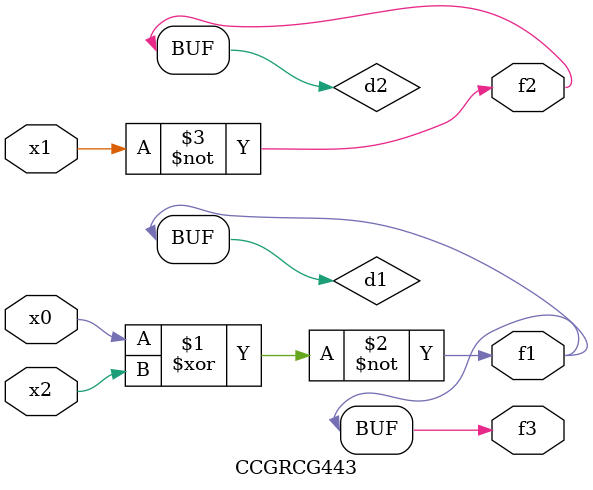
<source format=v>
module CCGRCG443(
	input x0, x1, x2,
	output f1, f2, f3
);

	wire d1, d2, d3;

	xnor (d1, x0, x2);
	nand (d2, x1);
	nor (d3, x1, x2);
	assign f1 = d1;
	assign f2 = d2;
	assign f3 = d1;
endmodule

</source>
